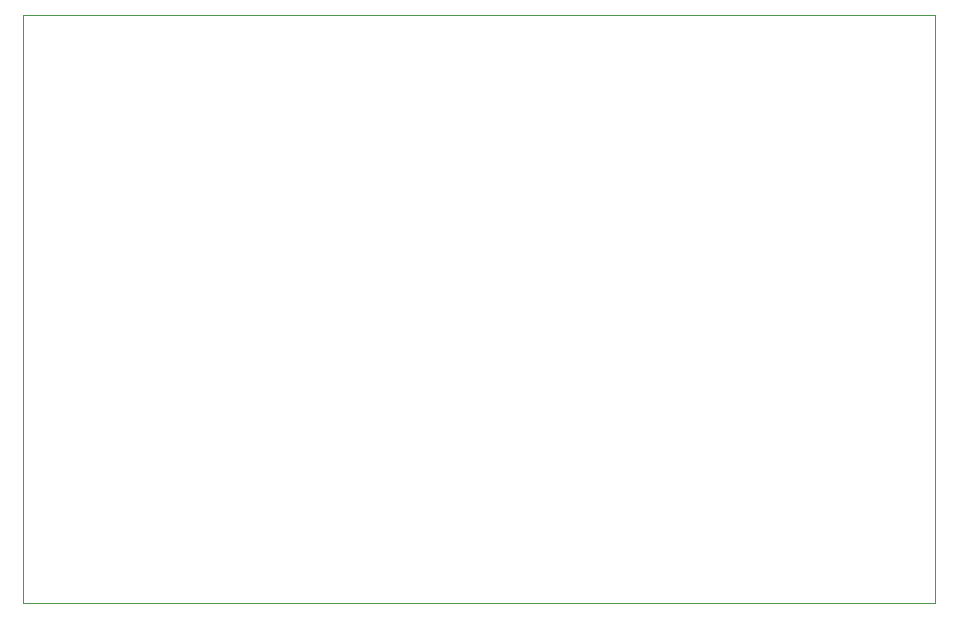
<source format=gm1>
G04 #@! TF.FileFunction,Profile,NP*
%FSLAX46Y46*%
G04 Gerber Fmt 4.6, Leading zero omitted, Abs format (unit mm)*
G04 Created by KiCad (PCBNEW 4.0.1-stable) date 20/01/2016 23:37:10*
%MOMM*%
G01*
G04 APERTURE LIST*
%ADD10C,0.100000*%
G04 APERTURE END LIST*
D10*
X151892000Y-128016000D02*
X229108000Y-128016000D01*
X229108000Y-78232000D02*
X151892000Y-78232000D01*
X229108000Y-128016000D02*
X229108000Y-78232000D01*
X151892000Y-78232000D02*
X151892000Y-128016000D01*
M02*

</source>
